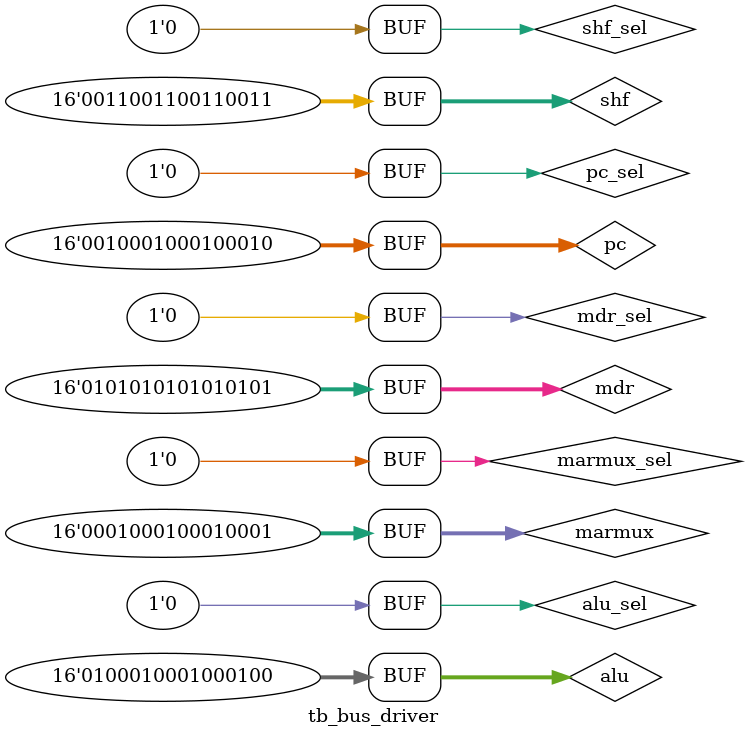
<source format=v>
`timescale 1ns / 1ps


module tb_bus_driver;
//    input [15:0] marmux,
//    input marmux_sel,
//    input [15:0] pc,
//    input pc_sel,
//    input [15:0] shf,
//    input shf_sel,
//    input [15:0] alu,
//    input alu_sel,
//    input[15:0] mdr,
//    input mdr_sel,
//    output [15:0] out

    reg [15:0] marmux;
    reg marmux_sel;
    reg [15:0] pc;
    reg pc_sel;
    reg [15:0] shf;
    reg shf_sel;
    reg [15:0] alu;
    reg alu_sel;
    reg [15:0] mdr;
    reg mdr_sel;
    wire [15:0] out;
    
    bus_driver uut (
        .marmux(marmux),
        .marmux_sel(marmux_sel),
        .pc(pc),
        .pc_sel(pc_sel),
        .shf(shf),
        .shf_sel(shf_sel),
        .alu(alu),
        .alu_sel(alu_sel),
        .mdr(mdr),
        .mdr_sel(mdr_sel),
        .out(out)
    );
    
    initial begin
        $display("bus_driver Testbench");
        marmux = 'h1111;
        marmux_sel = 0;
        pc = 'h2222;
        pc_sel = 0;
        shf = 'h3333;
        shf_sel = 0;
        alu = 'h4444;
        alu_sel = 0;
        mdr = 'h5555;
        mdr_sel = 0;
        
        #50
        
        marmux_sel = 1;
        #50
        if (out != 'h1111) $display("MARMUX FAIL");
        marmux_sel = 0;
        
        pc_sel = 1;
        #50
        if (out != 'h2222) $display("PC FAIL");
        pc_sel = 0;
        
        shf_sel = 1;
        #50
        if (out != 'h3333) $display("SHF FAIL");
        shf_sel = 0;
        
        alu_sel = 1;
        #50
        if (out != 'h4444) $display("ALU FAIL");
        alu_sel = 0;
        
        mdr_sel = 1;
        #50
        if (out != 'h5555) $display("MDR FAIL");
        mdr_sel = 0;
        
    
    
    end


endmodule

</source>
